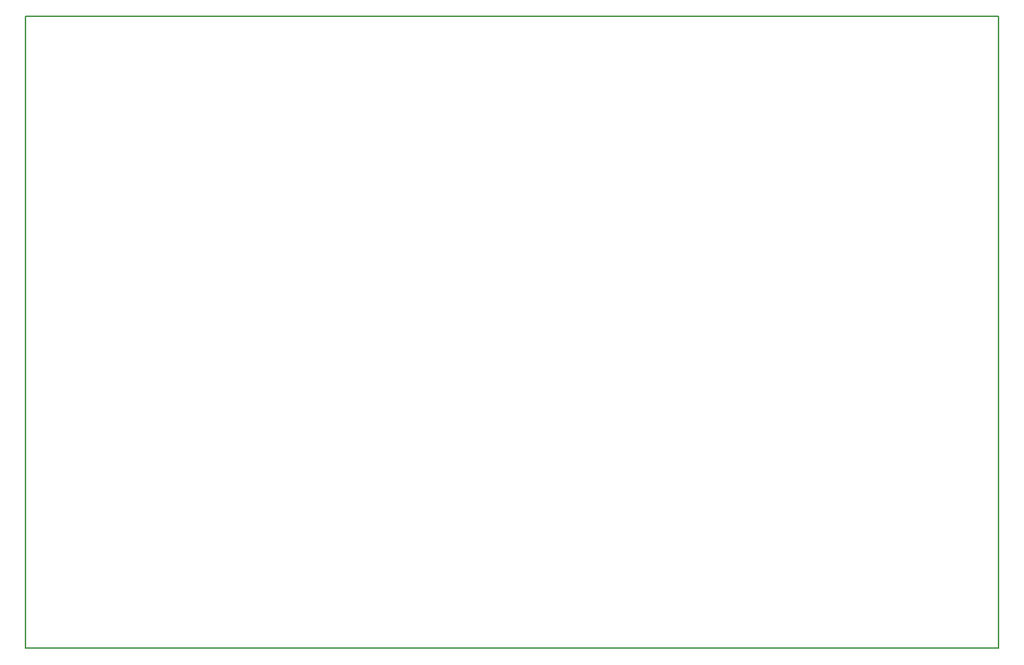
<source format=gbo>
G04 MADE WITH FRITZING*
G04 WWW.FRITZING.ORG*
G04 DOUBLE SIDED*
G04 HOLES PLATED*
G04 CONTOUR ON CENTER OF CONTOUR VECTOR*
%ASAXBY*%
%FSLAX23Y23*%
%MOIN*%
%OFA0B0*%
%SFA1.0B1.0*%
%ADD10R,4.594180X2.985210X4.578180X2.969210*%
%ADD11C,0.008000*%
%LNSILK0*%
G90*
G70*
G54D11*
X4Y2981D02*
X4590Y2981D01*
X4590Y4D01*
X4Y4D01*
X4Y2981D01*
D02*
G04 End of Silk0*
M02*
</source>
